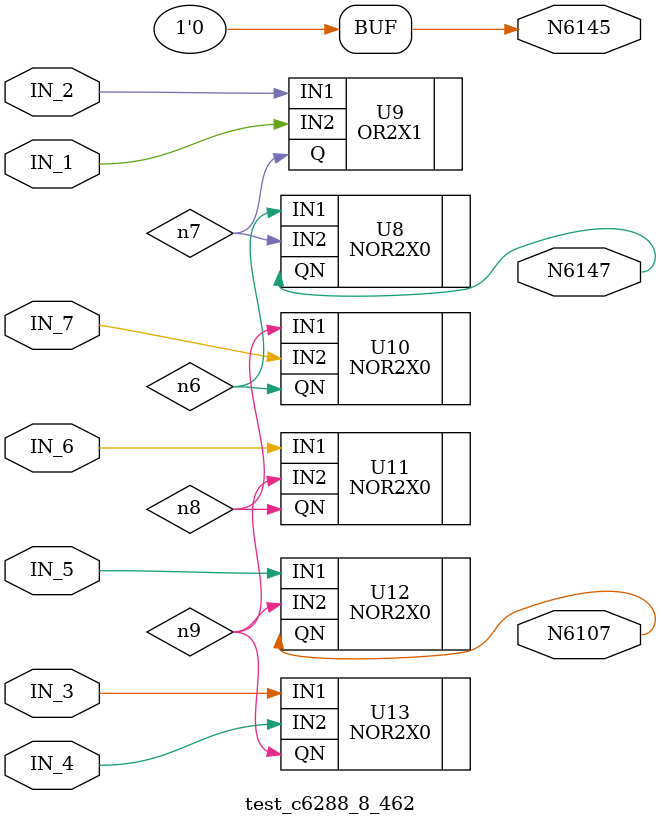
<source format=v>


module test_c6288_8_462 ( IN_1, IN_2, IN_3, IN_4, IN_5, IN_6, IN_7, N6145, 
        N6107, N6147 );
  input IN_1, IN_2, IN_3, IN_4, IN_5, IN_6, IN_7;
  output N6145, N6107, N6147;
  wire   n6, n7, n8, n9;
  assign N6145 = 1'b0;

  NOR2X0 U8 ( .IN1(n6), .IN2(n7), .QN(N6147) );
  OR2X1 U9 ( .IN1(IN_2), .IN2(IN_1), .Q(n7) );
  NOR2X0 U10 ( .IN1(n8), .IN2(IN_7), .QN(n6) );
  NOR2X0 U11 ( .IN1(IN_6), .IN2(n9), .QN(n8) );
  NOR2X0 U12 ( .IN1(IN_5), .IN2(n9), .QN(N6107) );
  NOR2X0 U13 ( .IN1(IN_3), .IN2(IN_4), .QN(n9) );
endmodule


</source>
